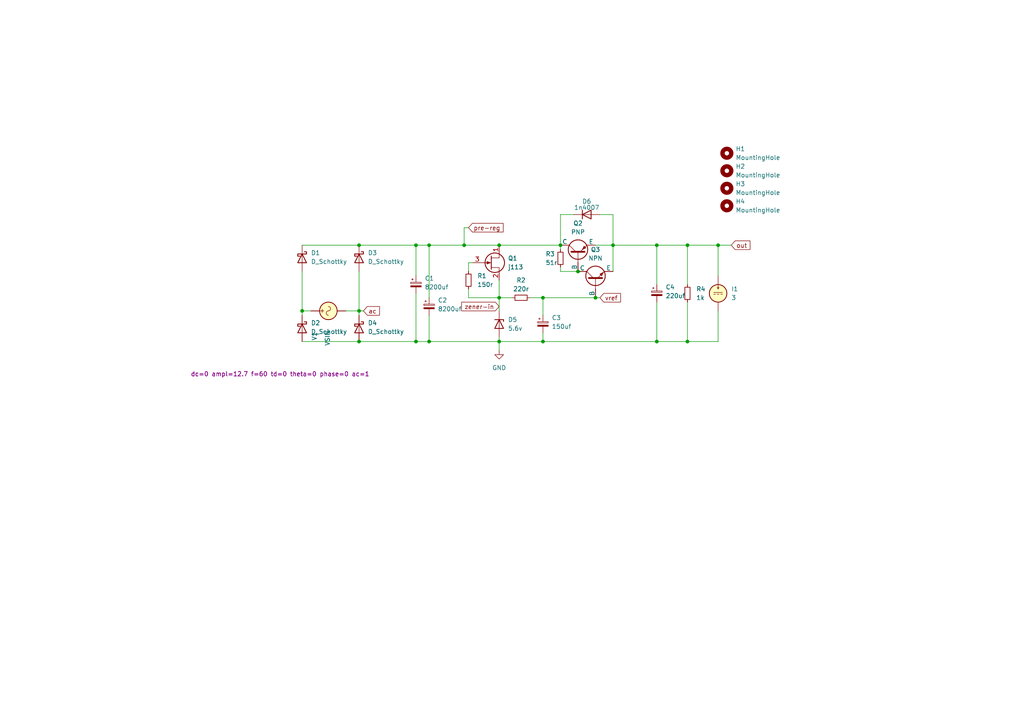
<source format=kicad_sch>
(kicad_sch (version 20231120) (generator "eeschema") (generator_version "8.0")
  (paper "A4")
  (lib_symbols
    (symbol "Device:C_Polarized_Small" (pin_numbers hide) (pin_names (offset 0.254) hide)
      (property "Reference" "C" (at 0.254 1.778 0))
      (property "Value" "C_Polarized_Small" (at 0.254 -2.032 0))
      (symbol "C_Polarized_Small_0_1"
        (rectangle (start -1.524 -0.3048) (end 1.524 -0.6858) (fill (type outline)))
        (rectangle (start -1.524 0.6858) (end 1.524 0.3048))
        (polyline (pts (xy -1.27 1.524) (xy -0.762 1.524)))
        (polyline (pts (xy -1.016 1.27) (xy -1.016 1.778)))
      )
      (symbol "C_Polarized_Small_1_1"
        (pin passive line (at 0 2.54 270) (length 1.8542) (name "~") (number "1"))
        (pin passive line (at 0 -2.54 90) (length 1.8542) (name "~") (number "2"))
      )
    )
    (symbol "Device:D" (pin_numbers hide) (pin_names (offset 1.016) hide)
      (property "Reference" "D" (at 0 2.54 0))
      (property "Value" "D" (at 0 -2.54 0))
      (symbol "D_0_1"
        (polyline (pts (xy -1.27 1.27) (xy -1.27 -1.27)) (stroke (width 0.254)))
        (polyline (pts (xy 1.27 0) (xy -1.27 0)))
        (polyline (pts (xy 1.27 1.27) (xy 1.27 -1.27) (xy -1.27 0) (xy 1.27 1.27)) (stroke (width 0.254)))
      )
      (symbol "D_1_1"
        (pin passive line (at -3.81 0 0) (length 2.54) (name "K") (number "1"))
        (pin passive line (at 3.81 0 180) (length 2.54) (name "A") (number "2"))
      )
    )
    (symbol "Device:D_Schottky" (pin_numbers hide) (pin_names (offset 1.016) hide)
      (property "Reference" "D" (at 0 2.54 0))
      (property "Value" "D_Schottky" (at 0 -2.54 0))
      (symbol "D_Schottky_0_1"
        (polyline (pts (xy 1.27 0) (xy -1.27 0)))
        (polyline (pts (xy 1.27 1.27) (xy 1.27 -1.27) (xy -1.27 0) (xy 1.27 1.27)) (stroke (width 0.254)))
        (polyline (pts (xy -1.905 0.635) (xy -1.905 1.27) (xy -1.27 1.27) (xy -1.27 -1.27) (xy -0.635 -1.27) (xy -0.635 -0.635)) (stroke (width 0.254)))
      )
      (symbol "D_Schottky_1_1"
        (pin passive line (at -3.81 0 0) (length 2.54) (name "K") (number "1"))
        (pin passive line (at 3.81 0 180) (length 2.54) (name "A") (number "2"))
      )
    )
    (symbol "Device:D_Zener" (pin_numbers hide) (pin_names (offset 1.016) hide)
      (property "Reference" "D" (at 0 2.54 0))
      (property "Value" "D_Zener" (at 0 -2.54 0))
      (symbol "D_Zener_0_1"
        (polyline (pts (xy 1.27 0) (xy -1.27 0)))
        (polyline (pts (xy -1.27 -1.27) (xy -1.27 1.27) (xy -0.762 1.27)) (stroke (width 0.254)))
        (polyline (pts (xy 1.27 -1.27) (xy 1.27 1.27) (xy -1.27 0) (xy 1.27 -1.27)) (stroke (width 0.254)))
      )
      (symbol "D_Zener_1_1"
        (pin passive line (at -3.81 0 0) (length 2.54) (name "K") (number "1"))
        (pin passive line (at 3.81 0 180) (length 2.54) (name "A") (number "2"))
      )
    )
    (symbol "Device:R_Small" (pin_numbers hide) (pin_names (offset 0.254) hide)
      (property "Reference" "R" (at 0.762 0.508 0))
      (property "Value" "R_Small" (at 0.762 -1.016 0))
      (symbol "R_Small_0_1"
        (rectangle (start -0.762 1.778) (end 0.762 -1.778) (stroke (width 0.2032)))
      )
      (symbol "R_Small_1_1"
        (pin passive line (at 0 2.54 270) (length 0.762) (name "~") (number "1"))
        (pin passive line (at 0 -2.54 90) (length 0.762) (name "~") (number "2"))
      )
    )
    (symbol "Mechanical:MountingHole" (pin_names (offset 1.016)) (exclude_from_sim yes) (in_bom no)
      (property "Reference" "H" (at 0 5.08 0))
      (property "Value" "MountingHole" (at 0 3.175 0))
      (symbol "MountingHole_0_1"
        (circle (center 0 0) (radius 1.27) (stroke (width 1.27)))
      )
    )
    (symbol "Simulation_SPICE:IDC" (pin_numbers hide) (pin_names (offset 0.0254))
      (property "Reference" "I" (at 2.54 2.54 0))
      (property "Value" "1" (at 2.54 0 0))
      (symbol "IDC_0_0"
        (polyline (pts (xy -1.27 0.254) (xy 1.27 0.254)))
        (polyline (pts (xy -0.762 -0.254) (xy -1.27 -0.254)))
        (polyline (pts (xy 0.254 -0.254) (xy -0.254 -0.254)))
        (polyline (pts (xy 1.27 -0.254) (xy 0.762 -0.254)))
      )
      (symbol "IDC_0_1"
        (polyline (pts (xy 0 1.27) (xy 0 2.286)))
        (polyline (pts (xy -0.254 1.778) (xy 0 1.27) (xy 0.254 1.778)))
        (circle (center 0 0) (radius 2.54) (stroke (width 0.254)) (fill (type background)))
      )
      (symbol "IDC_1_1"
        (pin passive line (at 0 5.08 270) (length 2.54) (name "~") (number "1"))
        (pin passive line (at 0 -5.08 90) (length 2.54) (name "~") (number "2"))
      )
    )
    (symbol "Simulation_SPICE:NPN" (pin_numbers hide) (pin_names (offset 0))
      (property "Reference" "Q" (at -2.54 7.62 0))
      (property "Value" "NPN" (at -2.54 5.08 0))
      (symbol "NPN_0_1"
        (polyline (pts (xy -2.54 0) (xy 0.635 0)) (stroke (width 0.1524)))
        (polyline (pts (xy 0.635 0.635) (xy 2.54 2.54)))
        (polyline (pts (xy 2.794 -1.27) (xy 2.794 -1.27)) (stroke (width 0.1524)))
        (polyline (pts (xy 2.794 -1.27) (xy 2.794 -1.27)) (stroke (width 0.1524)))
        (polyline (pts (xy 0.635 -0.635) (xy 2.54 -2.54) (xy 2.54 -2.54)))
        (polyline (pts (xy 0.635 1.905) (xy 0.635 -1.905) (xy 0.635 -1.905)) (stroke (width 0.508)))
        (polyline (pts (xy 1.27 -1.778) (xy 1.778 -1.27) (xy 2.286 -2.286) (xy 1.27 -1.778) (xy 1.27 -1.778)) (fill (type outline)))
        (circle (center 1.27 0) (radius 2.8194) (stroke (width 0.254)))
      )
      (symbol "NPN_1_1"
        (pin open_collector line (at 2.54 5.08 270) (length 2.54) (name "C") (number "1"))
        (pin input line (at -5.08 0 0) (length 2.54) (name "B") (number "2"))
        (pin open_emitter line (at 2.54 -5.08 90) (length 2.54) (name "E") (number "3"))
      )
    )
    (symbol "Simulation_SPICE:PNP" (pin_numbers hide) (pin_names (offset 0))
      (property "Reference" "Q" (at -2.54 7.62 0))
      (property "Value" "PNP" (at -2.54 5.08 0))
      (symbol "PNP_0_1"
        (polyline (pts (xy -2.54 0) (xy 0.635 0)) (stroke (width 0.1524)))
        (polyline (pts (xy 0.635 0.635) (xy 2.54 2.54)))
        (polyline (pts (xy 0.635 -0.635) (xy 2.54 -2.54) (xy 2.54 -2.54)))
        (polyline (pts (xy 0.635 1.905) (xy 0.635 -1.905) (xy 0.635 -1.905)) (stroke (width 0.508)))
        (polyline (pts (xy 2.286 -1.778) (xy 1.778 -2.286) (xy 1.27 -1.27) (xy 2.286 -1.778) (xy 2.286 -1.778)) (fill (type outline)))
        (circle (center 1.27 0) (radius 2.8194) (stroke (width 0.254)))
      )
      (symbol "PNP_1_1"
        (pin open_collector line (at 2.54 5.08 270) (length 2.54) (name "C") (number "1"))
        (pin input line (at -5.08 0 0) (length 2.54) (name "B") (number "2"))
        (pin open_emitter line (at 2.54 -5.08 90) (length 2.54) (name "E") (number "3"))
      )
    )
    (symbol "Simulation_SPICE:VSIN" (pin_numbers hide) (pin_names (offset 0.0254))
      (property "Reference" "V" (at 2.54 2.54 0))
      (property "Value" "VSIN" (at 2.54 0 0))
      (property "Sim.Params" "dc=0 ampl=1 f=1k ac=1" (at 2.54 -2.54 0))
      (symbol "VSIN_0_0"
        (arc (start 0 0) (mid -0.635 0.6323) (end -1.27 0))
        (arc (start 0 0) (mid 0.635 -0.6323) (end 1.27 0))
        (text "+" (at 0 1.905 0) (effects (font (size 1.27 1.27))))
      )
      (symbol "VSIN_0_1"
        (circle (center 0 0) (radius 2.54) (stroke (width 0.254)) (fill (type background)))
      )
      (symbol "VSIN_1_1"
        (pin passive line (at 0 5.08 270) (length 2.54) (name "~") (number "1"))
        (pin passive line (at 0 -5.08 90) (length 2.54) (name "~") (number "2"))
      )
    )
    (symbol "Transistor_FET:MMBFJ113" (pin_names hide)
      (property "Reference" "Q" (at 5.08 1.905 0))
      (property "Value" "MMBFJ113" (at 5.08 0 0))
      (symbol "MMBFJ113_0_1"
        (polyline (pts (xy 0.254 0) (xy -2.54 0)))
        (polyline (pts (xy 0.254 1.905) (xy 0.254 -1.905)) (stroke (width 0.254)))
        (polyline (pts (xy 2.54 -2.54) (xy 2.54 -1.397) (xy 0.254 -1.397)))
        (polyline (pts (xy 2.54 2.54) (xy 2.54 1.397) (xy 0.254 1.397)))
        (polyline (pts (xy 0 0) (xy -1.016 0.381) (xy -1.016 -0.381) (xy 0 0)) (fill (type outline)))
        (circle (center 1.27 0) (radius 2.8194) (stroke (width 0.254)))
      )
      (symbol "MMBFJ113_1_1"
        (pin passive line (at 2.54 5.08 270) (length 2.54) (name "D") (number "1"))
        (pin passive line (at 2.54 -5.08 90) (length 2.54) (name "S") (number "2"))
        (pin input line (at -5.08 0 0) (length 2.54) (name "G") (number "3"))
      )
    )
    (symbol "power:GND" (power) (pin_numbers hide) (pin_names (offset 0) hide)
      (property "Value" "GND" (at 0 -3.81 0))
      (symbol "GND_0_1"
        (polyline (pts (xy 0 0) (xy 0 -1.27) (xy 1.27 -1.27) (xy 0 -2.54) (xy -1.27 -1.27) (xy 0 -1.27)))
      )
      (symbol "GND_1_1"
        (pin power_in line (at 0 0 270) (length 0) (name "~") (number "1"))
      )
    )
  )
  (junction (at 208.28 71.12))
  (junction (at 87.63 90.17))
  (junction (at 190.5 99.06))
  (junction (at 144.78 86.36))
  (junction (at 199.39 99.06))
  (junction (at 157.48 86.36))
  (junction (at 104.14 71.12))
  (junction (at 104.14 99.06))
  (junction (at 144.78 99.06))
  (junction (at 124.46 71.12))
  (junction (at 177.8 71.12))
  (junction (at 104.14 90.17))
  (junction (at 172.72 86.36))
  (junction (at 190.5 71.12))
  (junction (at 134.62 71.12))
  (junction (at 199.39 71.12))
  (junction (at 157.48 99.06))
  (junction (at 144.78 71.12))
  (junction (at 124.46 99.06))
  (junction (at 167.64 78.74))
  (junction (at 162.56 71.12))
  (junction (at 120.65 71.12))
  (junction (at 120.65 99.06))
  (wire (pts (xy 124.46 91.44) (xy 124.46 99.06)))
  (wire (pts (xy 173.99 62.23) (xy 177.8 62.23)))
  (wire (pts (xy 135.89 66.04) (xy 134.62 66.04)))
  (wire (pts (xy 162.56 77.47) (xy 162.56 78.74)))
  (wire (pts (xy 135.89 86.36) (xy 144.78 86.36)))
  (wire (pts (xy 124.46 99.06) (xy 144.78 99.06)))
  (wire (pts (xy 208.28 71.12) (xy 199.39 71.12)))
  (wire (pts (xy 144.78 101.6) (xy 144.78 99.06)))
  (wire (pts (xy 104.14 90.17) (xy 100.33 90.17)))
  (wire (pts (xy 134.62 71.12) (xy 144.78 71.12)))
  (wire (pts (xy 120.65 99.06) (xy 124.46 99.06)))
  (wire (pts (xy 87.63 71.12) (xy 104.14 71.12)))
  (wire (pts (xy 144.78 97.79) (xy 144.78 99.06)))
  (wire (pts (xy 134.62 66.04) (xy 134.62 71.12)))
  (wire (pts (xy 104.14 99.06) (xy 120.65 99.06)))
  (wire (pts (xy 87.63 99.06) (xy 104.14 99.06)))
  (wire (pts (xy 105.41 90.17) (xy 104.14 90.17)))
  (wire (pts (xy 208.28 71.12) (xy 208.28 80.01)))
  (wire (pts (xy 177.8 62.23) (xy 177.8 71.12)))
  (wire (pts (xy 135.89 76.2) (xy 135.89 78.74)))
  (wire (pts (xy 157.48 96.52) (xy 157.48 99.06)))
  (wire (pts (xy 199.39 71.12) (xy 199.39 82.55)))
  (wire (pts (xy 120.65 71.12) (xy 124.46 71.12)))
  (wire (pts (xy 177.8 78.74) (xy 177.8 71.12)))
  (wire (pts (xy 87.63 78.74) (xy 87.63 90.17)))
  (wire (pts (xy 124.46 71.12) (xy 134.62 71.12)))
  (wire (pts (xy 104.14 78.74) (xy 104.14 90.17)))
  (wire (pts (xy 120.65 71.12) (xy 120.65 80.01)))
  (wire (pts (xy 104.14 91.44) (xy 104.14 90.17)))
  (wire (pts (xy 208.28 71.12) (xy 212.09 71.12)))
  (wire (pts (xy 144.78 99.06) (xy 157.48 99.06)))
  (wire (pts (xy 135.89 76.2) (xy 137.16 76.2)))
  (wire (pts (xy 177.8 71.12) (xy 190.5 71.12)))
  (wire (pts (xy 166.37 62.23) (xy 162.56 62.23)))
  (wire (pts (xy 177.8 71.12) (xy 172.72 71.12)))
  (wire (pts (xy 148.59 86.36) (xy 144.78 86.36)))
  (wire (pts (xy 135.89 83.82) (xy 135.89 86.36)))
  (wire (pts (xy 144.78 71.12) (xy 162.56 71.12)))
  (wire (pts (xy 157.48 99.06) (xy 190.5 99.06)))
  (wire (pts (xy 87.63 90.17) (xy 90.17 90.17)))
  (wire (pts (xy 104.14 71.12) (xy 120.65 71.12)))
  (wire (pts (xy 120.65 85.09) (xy 120.65 99.06)))
  (wire (pts (xy 124.46 71.12) (xy 124.46 86.36)))
  (wire (pts (xy 162.56 62.23) (xy 162.56 71.12)))
  (wire (pts (xy 144.78 86.36) (xy 144.78 90.17)))
  (wire (pts (xy 199.39 99.06) (xy 190.5 99.06)))
  (wire (pts (xy 190.5 71.12) (xy 190.5 82.55)))
  (wire (pts (xy 173.99 86.36) (xy 172.72 86.36)))
  (wire (pts (xy 208.28 99.06) (xy 199.39 99.06)))
  (wire (pts (xy 162.56 78.74) (xy 167.64 78.74)))
  (wire (pts (xy 208.28 90.17) (xy 208.28 99.06)))
  (wire (pts (xy 157.48 86.36) (xy 172.72 86.36)))
  (wire (pts (xy 199.39 87.63) (xy 199.39 99.06)))
  (wire (pts (xy 162.56 72.39) (xy 162.56 71.12)))
  (wire (pts (xy 190.5 71.12) (xy 199.39 71.12)))
  (wire (pts (xy 190.5 87.63) (xy 190.5 99.06)))
  (wire (pts (xy 144.78 81.28) (xy 144.78 86.36)))
  (wire (pts (xy 87.63 91.44) (xy 87.63 90.17)))
  (wire (pts (xy 157.48 91.44) (xy 157.48 86.36)))
  (wire (pts (xy 157.48 86.36) (xy 153.67 86.36)))
  (global_label "ac" (shape input) (at 105.41 90.17 0) (property "Intersheetrefs" "${INTERSHEET_REFS}" (effects (hide yes))))
  (global_label "pre-reg" (shape input) (at 135.89 66.04 0) (property "Intersheetrefs" "${INTERSHEET_REFS}" (effects (hide yes))))
  (global_label "out" (shape input) (at 212.09 71.12 0) (property "Intersheetrefs" "${INTERSHEET_REFS}" (effects (hide yes))))
  (global_label "zener-in" (shape input) (at 144.78 88.9 180) (property "Intersheetrefs" "${INTERSHEET_REFS}" (effects (hide yes))))
  (global_label "vref" (shape input) (at 173.99 86.36 0) (property "Intersheetrefs" "${INTERSHEET_REFS}" (effects (hide yes))))
  (symbol (lib_id "Mechanical:MountingHole") (at 210.82 59.69 0) (unit 1) (exclude_from_sim yes) (in_bom no)
    (property "Reference" "H4" (at 213.36 58.4199 0) (effects (justify left)))
    (property "Value" "MountingHole" (at 213.36 60.9599 0) (effects (justify left)))
    (property "Footprint" "MountingHole:MountingHole_3.2mm_M3_ISO7380" (effects (hide yes)))
    (property "Description" "Mounting Hole without connection" (effects (hide yes)))
  )
  (symbol (lib_id "Device:D_Schottky") (at 87.63 74.93 270) (unit 1)
    (property "Reference" "D1" (at 90.17 73.3424 90) (effects (justify left)))
    (property "Value" "D_Schottky" (at 90.17 75.8824 90) (effects (justify left)))
    (property "Footprint" "Diode_SMD:D_SMC" (effects (hide yes)))
    (property "Description" "Schottky diode" (effects (hide yes)))
    (property "Sim.Device" "D" (effects (hide yes)))
    (property "Sim.Pins" "1=K 2=A" (effects (hide yes)))
    (property "Sim.Library" "/Users/cibo/Documents/spice/d-standard.lib" (effects (hide yes)))
    (property "Sim.Name" "MBR20100CT" (effects (hide yes)))
  )
  (symbol (lib_id "Transistor_FET:MMBFJ113") (at 142.24 76.2 0) (unit 1)
    (property "Reference" "Q1" (at 147.32 74.9299 0) (effects (justify left)))
    (property "Value" "j113" (at 147.32 77.4699 0) (effects (justify left)))
    (property "Footprint" "Package_TO_SOT_SMD:SOT-23" (effects (hide yes)))
    (property "Datasheet" "https://www.onsemi.com/pub/Collateral/MMBFJ113-D.PDF" (effects (hide yes)))
    (property "Description" "2mA min, 35V, 100mOhm max, 0.5-3V Vgs(off), N-Channel JFET, SOT-23" (effects (hide yes)))
    (property "Sim.Library" "/Users/cibo/Documents/spice/jfet-standard.lib" (effects (hide yes)))
    (property "Sim.Name" "J113" (effects (hide yes)))
    (property "Sim.Device" "NJFET" (effects (hide yes)))
    (property "Sim.Type" "SHICHMANHODGES" (effects (hide yes)))
    (property "Sim.Pins" "1=D 2=S 3=G" (effects (hide yes)))
  )
  (symbol (lib_id "Device:R_Small") (at 151.13 86.36 90) (unit 1)
    (property "Reference" "R2" (at 151.13 81.28 90))
    (property "Value" "220r" (at 151.13 83.82 90))
    (property "Footprint" "Resistor_SMD:R_1206_3216Metric" (effects (hide yes)))
    (property "Description" "Resistor, small symbol" (effects (hide yes)))
  )
  (symbol (lib_id "Simulation_SPICE:PNP") (at 167.64 73.66 90) (unit 1)
    (property "Reference" "Q2" (at 167.64 64.77 90))
    (property "Value" "PNP" (at 167.64 67.31 90))
    (property "Footprint" "Package_TO_SOT_THT:TO-3P-3_Horizontal_TabDown" (effects (hide yes)))
    (property "Datasheet" "https://ngspice.sourceforge.io/docs/ngspice-html-manual/manual.xhtml#cha_BJTs" (effects (hide yes)))
    (property "Description" "Bipolar transistor symbol for simulation only, substrate tied to the emitter" (effects (hide yes)))
    (property "Sim.Device" "PNP" (effects (hide yes)))
    (property "Sim.Type" "GUMMELPOON" (effects (hide yes)))
    (property "Sim.Pins" "1=C 2=B 3=E" (effects (hide yes)))
    (property "Sim.Library" "/Users/cibo/Documents/spice/PowerBJT.lib" (effects (hide yes)))
    (property "Sim.Name" "Qnjw0302g" (effects (hide yes)))
  )
  (symbol (lib_id "Mechanical:MountingHole") (at 210.82 54.61 0) (unit 1) (exclude_from_sim yes) (in_bom no)
    (property "Reference" "H3" (at 213.36 53.3399 0) (effects (justify left)))
    (property "Value" "MountingHole" (at 213.36 55.8799 0) (effects (justify left)))
    (property "Footprint" "MountingHole:MountingHole_3.2mm_M3_ISO7380" (effects (hide yes)))
    (property "Description" "Mounting Hole without connection" (effects (hide yes)))
  )
  (symbol (lib_id "Device:C_Polarized_Small") (at 157.48 93.98 0) (unit 1)
    (property "Reference" "C3" (at 160.02 92.1638 0) (effects (justify left)))
    (property "Value" "150uf" (at 160.02 94.7038 0) (effects (justify left)))
    (property "Footprint" "Capacitor_THT:CP_Radial_D5.0mm_P2.00mm" (effects (hide yes)))
    (property "Description" "Polarized capacitor, small symbol" (effects (hide yes)))
  )
  (symbol (lib_id "Device:R_Small") (at 135.89 81.28 0) (unit 1)
    (property "Reference" "R1" (at 138.43 80.0099 0) (effects (justify left)))
    (property "Value" "150r" (at 138.43 82.5499 0) (effects (justify left)))
    (property "Footprint" "Resistor_SMD:R_1206_3216Metric" (effects (hide yes)))
    (property "Description" "Resistor, small symbol" (effects (hide yes)))
  )
  (symbol (lib_id "Device:D") (at 170.18 62.23 0) (unit 1)
    (property "Reference" "D6" (at 170.18 58.42 0))
    (property "Value" "1n4007" (at 170.18 60.198 0))
    (property "Footprint" "Diode_SMD:D_MELF" (effects (hide yes)))
    (property "Description" "Diode" (effects (hide yes)))
    (property "Sim.Device" "D" (effects (hide yes)))
    (property "Sim.Pins" "1=K 2=A" (effects (hide yes)))
    (property "Sim.Library" "/Users/cibo/Documents/spice/Diodes.lib" (effects (hide yes)))
    (property "Sim.Name" "1N4007" (effects (hide yes)))
  )
  (symbol (lib_id "Simulation_SPICE:NPN") (at 172.72 81.28 90) (unit 1)
    (property "Reference" "Q3" (at 172.72 72.39 90))
    (property "Value" "NPN" (at 172.72 74.93 90))
    (property "Footprint" "Package_TO_SOT_THT:TO-220-3_Vertical" (effects (hide yes)))
    (property "Datasheet" "https://ngspice.sourceforge.io/docs/ngspice-html-manual/manual.xhtml#cha_BJTs" (effects (hide yes)))
    (property "Description" "Bipolar transistor symbol for simulation only, substrate tied to the emitter" (effects (hide yes)))
    (property "Sim.Device" "NPN" (effects (hide yes)))
    (property "Sim.Type" "GUMMELPOON" (effects (hide yes)))
    (property "Sim.Pins" "1=C 2=B 3=E" (effects (hide yes)))
    (property "Sim.Library" "/Users/cibo/Documents/spice/PowerBJT.lib" (effects (hide yes)))
    (property "Sim.Name" "mje15030" (effects (hide yes)))
  )
  (symbol (lib_id "Device:D_Schottky") (at 87.63 95.25 270) (unit 1)
    (property "Reference" "D2" (at 90.17 93.6624 90) (effects (justify left)))
    (property "Value" "D_Schottky" (at 90.17 96.2024 90) (effects (justify left)))
    (property "Footprint" "Diode_SMD:D_SMC" (effects (hide yes)))
    (property "Description" "Schottky diode" (effects (hide yes)))
    (property "Sim.Device" "D" (effects (hide yes)))
    (property "Sim.Pins" "1=K 2=A" (effects (hide yes)))
    (property "Sim.Library" "/Users/cibo/Documents/spice/d-standard.lib" (effects (hide yes)))
    (property "Sim.Name" "MBR20100CT" (effects (hide yes)))
  )
  (symbol (lib_id "Simulation_SPICE:IDC") (at 208.28 85.09 0) (unit 1)
    (property "Reference" "I1" (at 212.09 83.8199 0) (effects (justify left)))
    (property "Value" "3" (at 212.09 86.3599 0) (effects (justify left)))
    (property "Footprint" "Samacsys:395443002" (effects (hide yes)))
    (property "Datasheet" "https://ngspice.sourceforge.io/docs/ngspice-html-manual/manual.xhtml#sec_Independent_Sources_for" (effects (hide yes)))
    (property "Description" "Current source, DC" (effects (hide yes)))
    (property "Sim.Pins" "1=+ 2=-" (effects (hide yes)))
    (property "Sim.Type" "DC" (effects (hide yes)))
    (property "Sim.Device" "I" (effects (hide yes)))
  )
  (symbol (lib_id "Device:D_Schottky") (at 104.14 74.93 270) (unit 1)
    (property "Reference" "D3" (at 106.68 73.3424 90) (effects (justify left)))
    (property "Value" "D_Schottky" (at 106.68 75.8824 90) (effects (justify left)))
    (property "Footprint" "Diode_SMD:D_SMC" (effects (hide yes)))
    (property "Description" "Schottky diode" (effects (hide yes)))
    (property "Sim.Device" "D" (effects (hide yes)))
    (property "Sim.Pins" "1=K 2=A" (effects (hide yes)))
    (property "Sim.Library" "/Users/cibo/Documents/spice/d-standard.lib" (effects (hide yes)))
    (property "Sim.Name" "MBR20100CT" (effects (hide yes)))
  )
  (symbol (lib_id "Device:C_Polarized_Small") (at 120.65 82.55 0) (unit 1)
    (property "Reference" "C1" (at 123.19 80.7338 0) (effects (justify left)))
    (property "Value" "8200uf" (at 123.19 83.2738 0) (effects (justify left)))
    (property "Footprint" "Capacitor_THT:CP_Radial_D18.0mm_P7.50mm" (effects (hide yes)))
    (property "Description" "Polarized capacitor, small symbol" (effects (hide yes)))
  )
  (symbol (lib_id "Simulation_SPICE:VSIN") (at 95.25 90.17 90) (unit 1)
    (property "Reference" "V1" (at 91.186 98.806 0) (effects (justify left)))
    (property "Value" "VSIN" (at 94.996 100.33 0) (effects (justify left)))
    (property "Footprint" "Samacsys:395443002" (effects (hide yes)))
    (property "Datasheet" "https://ngspice.sourceforge.io/docs/ngspice-html-manual/manual.xhtml#sec_Independent_Sources_for" (effects (hide yes)))
    (property "Description" "Voltage source, sinusoidal" (effects (hide yes)))
    (property "Sim.Pins" "1=+ 2=-" (effects (hide yes)))
    (property "Sim.Params" "dc=0 ampl=12.7 f=60 td=0 theta=0 phase=0 ac=1" (at 107.188 108.458 90) (effects (justify left)))
    (property "Sim.Type" "SIN" (effects (hide yes)))
    (property "Sim.Device" "V" (effects (hide yes)))
  )
  (symbol (lib_id "Device:D_Schottky") (at 104.14 95.25 270) (unit 1)
    (property "Reference" "D4" (at 106.68 93.6624 90) (effects (justify left)))
    (property "Value" "D_Schottky" (at 106.68 96.2024 90) (effects (justify left)))
    (property "Footprint" "Diode_SMD:D_SMC" (effects (hide yes)))
    (property "Description" "Schottky diode" (effects (hide yes)))
    (property "Sim.Device" "D" (effects (hide yes)))
    (property "Sim.Pins" "1=K 2=A" (effects (hide yes)))
    (property "Sim.Library" "/Users/cibo/Documents/spice/d-standard.lib" (effects (hide yes)))
    (property "Sim.Name" "MBR20100CT" (effects (hide yes)))
  )
  (symbol (lib_id "Device:C_Polarized_Small") (at 124.46 88.9 0) (unit 1)
    (property "Reference" "C2" (at 127 87.0838 0) (effects (justify left)))
    (property "Value" "8200uf" (at 127 89.6238 0) (effects (justify left)))
    (property "Footprint" "Capacitor_THT:CP_Radial_D18.0mm_P7.50mm" (effects (hide yes)))
    (property "Description" "Polarized capacitor, small symbol" (effects (hide yes)))
  )
  (symbol (lib_id "Device:R_Small") (at 199.39 85.09 0) (unit 1)
    (property "Reference" "R4" (at 201.93 83.8199 0) (effects (justify left)))
    (property "Value" "1k" (at 201.93 86.3599 0) (effects (justify left)))
    (property "Footprint" "Resistor_SMD:R_2512_6332Metric" (effects (hide yes)))
    (property "Description" "Resistor, small symbol" (effects (hide yes)))
  )
  (symbol (lib_id "Mechanical:MountingHole") (at 210.82 49.53 0) (unit 1) (exclude_from_sim yes) (in_bom no)
    (property "Reference" "H2" (at 213.36 48.2599 0) (effects (justify left)))
    (property "Value" "MountingHole" (at 213.36 50.7999 0) (effects (justify left)))
    (property "Footprint" "MountingHole:MountingHole_3.2mm_M3_ISO7380" (effects (hide yes)))
    (property "Description" "Mounting Hole without connection" (effects (hide yes)))
  )
  (symbol (lib_id "Device:C_Polarized_Small") (at 190.5 85.09 0) (unit 1)
    (property "Reference" "C4" (at 193.04 83.2738 0) (effects (justify left)))
    (property "Value" "220uf" (at 193.04 85.8138 0) (effects (justify left)))
    (property "Footprint" "Capacitor_THT:CP_Radial_D5.0mm_P2.00mm" (effects (hide yes)))
    (property "Description" "Polarized capacitor, small symbol" (effects (hide yes)))
  )
  (symbol (lib_id "Mechanical:MountingHole") (at 210.82 44.45 0) (unit 1) (exclude_from_sim yes) (in_bom no)
    (property "Reference" "H1" (at 213.36 43.1799 0) (effects (justify left)))
    (property "Value" "MountingHole" (at 213.36 45.7199 0) (effects (justify left)))
    (property "Footprint" "MountingHole:MountingHole_3.2mm_M3_ISO7380" (effects (hide yes)))
    (property "Description" "Mounting Hole without connection" (effects (hide yes)))
  )
  (symbol (lib_id "Device:R_Small") (at 162.56 74.93 0) (unit 1)
    (property "Reference" "R3" (at 158.242 73.66 0) (effects (justify left)))
    (property "Value" "51r" (at 158.242 76.2 0) (effects (justify left)))
    (property "Footprint" "Resistor_SMD:R_1206_3216Metric" (effects (hide yes)))
    (property "Description" "Resistor, small symbol" (effects (hide yes)))
  )
  (symbol (lib_id "Device:D_Zener") (at 144.78 93.98 270) (unit 1)
    (property "Reference" "D5" (at 147.32 92.7099 90) (effects (justify left)))
    (property "Value" "5.6v" (at 147.32 95.2499 90) (effects (justify left)))
    (property "Footprint" "Diode_SMD:D_MiniMELF" (effects (hide yes)))
    (property "Description" "Zener diode" (effects (hide yes)))
    (property "Sim.Library" "/Users/cibo/Documents/spice/d-standard.lib" (effects (hide yes)))
    (property "Sim.Name" "PH_BZX884-B5V6" (effects (hide yes)))
    (property "Sim.Device" "D" (effects (hide yes)))
    (property "Sim.Pins" "1=K 2=A" (effects (hide yes)))
  )
  (symbol (lib_id "power:GND") (at 144.78 101.6 0) (unit 1)
    (property "Reference" "#PWR01" (effects (hide yes)))
    (property "Value" "GND" (at 144.78 106.68 0))
    (property "Description" "Power symbol creates a global label with name \"GND\" , ground" (effects (hide yes)))
  )
)
</source>
